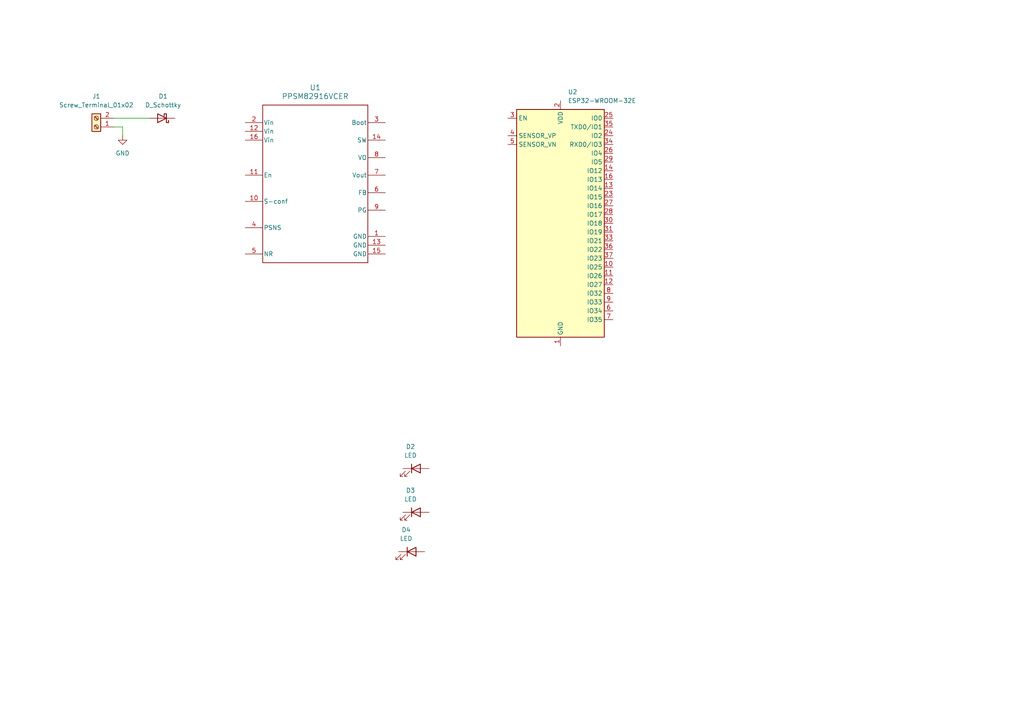
<source format=kicad_sch>
(kicad_sch (version 20250114) (generator "eeschema") (generator_version "9.0")
  (paper "A4")
  (lib_symbols
    (symbol "Connector:Screw_Terminal_01x02" (pin_names (offset 1.016) (hide yes))
      (property "Reference" "J" (at 0 2.54 0))
      (property "Value" "Screw_Terminal_01x02" (at 0 -5.08 0))
      (symbol "Screw_Terminal_01x02_1_1"
        (rectangle (start -1.27 1.27) (end 1.27 -3.81) (stroke (width 0.254)) (fill (type background)))
        (polyline (pts (xy -0.5334 0.3302) (xy 0.3302 -0.508)) (stroke (width 0.1524)))
        (polyline (pts (xy -0.5334 -2.2098) (xy 0.3302 -3.048)) (stroke (width 0.1524)))
        (polyline (pts (xy -0.3556 0.508) (xy 0.508 -0.3302)) (stroke (width 0.1524)))
        (polyline (pts (xy -0.3556 -2.032) (xy 0.508 -2.8702)) (stroke (width 0.1524)))
        (circle (center 0 0) (radius 0.635) (stroke (width 0.1524)))
        (circle (center 0 -2.54) (radius 0.635) (stroke (width 0.1524)))
        (pin passive line (at -5.08 0 0) (length 3.81) (name "Pin_1") (number "1"))
        (pin passive line (at -5.08 -2.54 0) (length 3.81) (name "Pin_2") (number "2"))
      )
    )
    (symbol "Device:D_Schottky" (pin_numbers (hide yes)) (pin_names (offset 1.016) (hide yes))
      (property "Reference" "D" (at 0 2.54 0))
      (property "Value" "D_Schottky" (at 0 -2.54 0))
      (symbol "D_Schottky_0_1"
        (polyline (pts (xy -1.905 0.635) (xy -1.905 1.27) (xy -1.27 1.27) (xy -1.27 -1.27) (xy -0.635 -1.27) (xy -0.635 -0.635)) (stroke (width 0.254)))
        (polyline (pts (xy 1.27 1.27) (xy 1.27 -1.27) (xy -1.27 0) (xy 1.27 1.27)) (stroke (width 0.254)))
        (polyline (pts (xy 1.27 0) (xy -1.27 0)))
      )
      (symbol "D_Schottky_1_1"
        (pin passive line (at -3.81 0 0) (length 2.54) (name "K") (number "1"))
        (pin passive line (at 3.81 0 180) (length 2.54) (name "A") (number "2"))
      )
    )
    (symbol "Device:LED" (pin_numbers (hide yes)) (pin_names (offset 1.016) (hide yes))
      (property "Reference" "D" (at 0 2.54 0))
      (property "Value" "LED" (at 0 -2.54 0))
      (symbol "LED_0_1"
        (polyline (pts (xy -3.048 -0.762) (xy -4.572 -2.286) (xy -3.81 -2.286) (xy -4.572 -2.286) (xy -4.572 -1.524)))
        (polyline (pts (xy -1.778 -0.762) (xy -3.302 -2.286) (xy -2.54 -2.286) (xy -3.302 -2.286) (xy -3.302 -1.524)))
        (polyline (pts (xy -1.27 0) (xy 1.27 0)))
        (polyline (pts (xy -1.27 -1.27) (xy -1.27 1.27)) (stroke (width 0.254)))
        (polyline (pts (xy 1.27 -1.27) (xy 1.27 1.27) (xy -1.27 0) (xy 1.27 -1.27)) (stroke (width 0.254)))
      )
      (symbol "LED_1_1"
        (pin passive line (at -3.81 0 0) (length 2.54) (name "K") (number "1"))
        (pin passive line (at 3.81 0 180) (length 2.54) (name "A") (number "2"))
      )
    )
    (symbol "RF_Module:ESP32-WROOM-32E"
      (property "Reference" "U" (at -12.7 34.29 0))
      (property "Value" "ESP32-WROOM-32E" (at 1.27 34.29 0))
      (symbol "ESP32-WROOM-32E_0_1"
        (rectangle (start -12.7 33.02) (end 12.7 -33.02) (stroke (width 0.254)) (fill (type background)))
      )
      (symbol "ESP32-WROOM-32E_1_1"
        (pin input line (at -15.24 30.48 0) (length 2.54) (name "EN") (number "3"))
        (pin input line (at -15.24 25.4 0) (length 2.54) (name "SENSOR_VP") (number "4"))
        (pin input line (at -15.24 22.86 0) (length 2.54) (name "SENSOR_VN") (number "5"))
        (pin no_connect line (at -12.7 0 0) (length 2.54) (hide yes) (name "NC") (number "21"))
        (pin no_connect line (at -12.7 -2.54 0) (length 2.54) (hide yes) (name "NC") (number "22"))
        (pin no_connect line (at -12.7 -5.08 0) (length 2.54) (hide yes) (name "NC") (number "17"))
        (pin no_connect line (at -12.7 -7.62 0) (length 2.54) (hide yes) (name "NC") (number "18"))
        (pin no_connect line (at -12.7 -10.16 0) (length 2.54) (hide yes) (name "NC") (number "20"))
        (pin no_connect line (at -12.7 -12.7 0) (length 2.54) (hide yes) (name "NC") (number "19"))
        (pin no_connect line (at -12.7 -27.94 0) (length 2.54) (hide yes) (name "NC") (number "32"))
        (pin power_in line (at 0 35.56 270) (length 2.54) (name "VDD") (number "2"))
        (pin power_in line (at 0 -35.56 90) (length 2.54) (name "GND") (number "1"))
        (pin passive line (at 0 -35.56 90) (length 2.54) (hide yes) (name "GND") (number "15"))
        (pin passive line (at 0 -35.56 90) (length 2.54) (hide yes) (name "GND") (number "38"))
        (pin passive line (at 0 -35.56 90) (length 2.54) (hide yes) (name "GND") (number "39"))
        (pin bidirectional line (at 15.24 30.48 180) (length 2.54) (name "IO0") (number "25"))
        (pin bidirectional line (at 15.24 27.94 180) (length 2.54) (name "TXD0/IO1") (number "35"))
        (pin bidirectional line (at 15.24 25.4 180) (length 2.54) (name "IO2") (number "24"))
        (pin bidirectional line (at 15.24 22.86 180) (length 2.54) (name "RXD0/IO3") (number "34"))
        (pin bidirectional line (at 15.24 20.32 180) (length 2.54) (name "IO4") (number "26"))
        (pin bidirectional line (at 15.24 17.78 180) (length 2.54) (name "IO5") (number "29"))
        (pin bidirectional line (at 15.24 15.24 180) (length 2.54) (name "IO12") (number "14"))
        (pin bidirectional line (at 15.24 12.7 180) (length 2.54) (name "IO13") (number "16"))
        (pin bidirectional line (at 15.24 10.16 180) (length 2.54) (name "IO14") (number "13"))
        (pin bidirectional line (at 15.24 7.62 180) (length 2.54) (name "IO15") (number "23"))
        (pin bidirectional line (at 15.24 5.08 180) (length 2.54) (name "IO16") (number "27"))
        (pin bidirectional line (at 15.24 2.54 180) (length 2.54) (name "IO17") (number "28"))
        (pin bidirectional line (at 15.24 0 180) (length 2.54) (name "IO18") (number "30"))
        (pin bidirectional line (at 15.24 -2.54 180) (length 2.54) (name "IO19") (number "31"))
        (pin bidirectional line (at 15.24 -5.08 180) (length 2.54) (name "IO21") (number "33"))
        (pin bidirectional line (at 15.24 -7.62 180) (length 2.54) (name "IO22") (number "36"))
        (pin bidirectional line (at 15.24 -10.16 180) (length 2.54) (name "IO23") (number "37"))
        (pin bidirectional line (at 15.24 -12.7 180) (length 2.54) (name "IO25") (number "10"))
        (pin bidirectional line (at 15.24 -15.24 180) (length 2.54) (name "IO26") (number "11"))
        (pin bidirectional line (at 15.24 -17.78 180) (length 2.54) (name "IO27") (number "12"))
        (pin bidirectional line (at 15.24 -20.32 180) (length 2.54) (name "IO32") (number "8"))
        (pin bidirectional line (at 15.24 -22.86 180) (length 2.54) (name "IO33") (number "9"))
        (pin input line (at 15.24 -25.4 180) (length 2.54) (name "IO34") (number "6"))
        (pin input line (at 15.24 -27.94 180) (length 2.54) (name "IO35") (number "7"))
      )
    )
    (symbol "TPSM82916:PPSM82916VCER" (pin_names (offset 0.254))
      (property "Reference" "U" (at 0 2.54 0))
      (property "Value" "PPSM82916VCER" (at 0 0 0))
      (symbol "PPSM82916VCER_0_1"
        (polyline (pts (xy 5.08 5.08) (xy 5.08 -40.64)) (stroke (width 0.2032)))
        (polyline (pts (xy 5.08 -40.64) (xy 35.56 -40.64)) (stroke (width 0.2032)))
        (polyline (pts (xy 35.56 5.08) (xy 5.08 5.08)) (stroke (width 0.2032)))
        (polyline (pts (xy 35.56 -40.64) (xy 35.56 5.08)) (stroke (width 0.2032)))
        (pin power_in line (at 0 0 0) (length 5.08) (name "Vin") (number "2"))
        (pin power_in line (at 0 -2.54 0) (length 5.08) (name "Vin") (number "12"))
        (pin power_in line (at 0 -5.08 0) (length 5.08) (name "Vin") (number "16"))
        (pin input line (at 0 -15.24 0) (length 5.08) (name "En") (number "11"))
        (pin unspecified line (at 0 -22.86 0) (length 5.08) (name "S-conf") (number "10"))
        (pin unspecified line (at 0 -30.48 0) (length 5.08) (name "PSNS") (number "4"))
        (pin unspecified line (at 0 -38.1 0) (length 5.08) (name "NR") (number "5"))
        (pin unspecified line (at 40.64 0 180) (length 5.08) (name "Boot") (number "3"))
        (pin unspecified line (at 40.64 -5.08 180) (length 5.08) (name "SW") (number "14"))
        (pin unspecified line (at 40.64 -10.16 180) (length 5.08) (name "VO") (number "8"))
        (pin unspecified line (at 40.64 -15.24 180) (length 5.08) (name "Vout") (number "7"))
        (pin unspecified line (at 40.64 -20.32 180) (length 5.08) (name "FB") (number "6"))
        (pin open_collector line (at 40.64 -25.4 180) (length 5.08) (name "PG") (number "9"))
        (pin power_in line (at 40.64 -33.02 180) (length 5.08) (name "GND") (number "1"))
        (pin power_in line (at 40.64 -35.56 180) (length 5.08) (name "GND") (number "13"))
        (pin power_in line (at 40.64 -38.1 180) (length 5.08) (name "GND") (number "15"))
      )
    )
    (symbol "power:GND" (power) (pin_numbers (hide yes)) (pin_names (offset 0) (hide yes))
      (property "Value" "GND" (at 0 -3.81 0))
      (symbol "GND_0_1"
        (polyline (pts (xy 0 0) (xy 0 -1.27) (xy 1.27 -1.27) (xy 0 -2.54) (xy -1.27 -1.27) (xy 0 -1.27)))
      )
      (symbol "GND_1_1"
        (pin power_in line (at 0 0 270) (length 0) (name "~") (number "1"))
      )
    )
  )
  (wire (pts (xy 35.56 36.83) (xy 35.56 39.37)))
  (wire (pts (xy 33.02 36.83) (xy 35.56 36.83)))
  (wire (pts (xy 33.02 34.29) (xy 43.18 34.29)))
  (symbol (lib_id "Device:LED") (at 119.38 160.02 0) (unit 1)
    (property "Reference" "D4" (at 117.7925 153.67 0))
    (property "Value" "LED" (at 117.7925 156.21 0))
    (property "Description" "Light emitting diode" (effects (hide yes)))
    (property "Sim.Pins" "1=K 2=A" (effects (hide yes)))
  )
  (symbol (lib_id "Device:LED") (at 120.65 135.89 0) (unit 1)
    (property "Reference" "D2" (at 119.0625 129.54 0))
    (property "Value" "LED" (at 119.0625 132.08 0))
    (property "Description" "Light emitting diode" (effects (hide yes)))
    (property "Sim.Pins" "1=K 2=A" (effects (hide yes)))
  )
  (symbol (lib_id "Device:D_Schottky") (at 46.99 34.29 180) (unit 1)
    (property "Reference" "D1" (at 47.3075 27.94 0))
    (property "Value" "D_Schottky" (at 47.3075 30.48 0))
    (property "Description" "Schottky diode" (effects (hide yes)))
  )
  (symbol (lib_id "Device:LED") (at 120.65 148.59 0) (unit 1)
    (property "Reference" "D3" (at 119.0625 142.24 0))
    (property "Value" "LED" (at 119.0625 144.78 0))
    (property "Description" "Light emitting diode" (effects (hide yes)))
    (property "Sim.Pins" "1=K 2=A" (effects (hide yes)))
  )
  (symbol (lib_id "Connector:Screw_Terminal_01x02") (at 27.94 36.83 180) (unit 1)
    (property "Reference" "J1" (at 27.94 27.94 0))
    (property "Value" "Screw_Terminal_01x02" (at 27.94 30.48 0))
    (property "Description" "Generic screw terminal, single row, 01x02, script generated (kicad-library-utils/schlib/autogen/connector/)" (effects (hide yes)))
  )
  (symbol (lib_id "TPSM82916:PPSM82916VCER") (at 71.12 35.56 0) (unit 1)
    (property "Reference" "U1" (at 91.44 25.4 0) (effects (font (size 1.524 1.524))))
    (property "Value" "PPSM82916VCER" (at 91.44 27.94 0) (effects (font (size 1.524 1.524))))
    (property "Footprint" "VCE0016A-MFG" (effects (hide yes)))
    (property "Datasheet" "https://www.ti.com/lit/gpn/tpsm82916" (effects (hide yes)))
  )
  (symbol (lib_id "power:GND") (at 35.56 39.37 0) (unit 1)
    (property "Reference" "#PWR01" (effects (hide yes)))
    (property "Value" "GND" (at 35.56 44.45 0))
    (property "Description" "Power symbol creates a global label with name \"GND\" , ground" (effects (hide yes)))
  )
  (symbol (lib_id "RF_Module:ESP32-WROOM-32E") (at 162.56 64.77 0) (unit 1)
    (property "Reference" "U2" (at 164.7033 26.67 0) (effects (justify left)))
    (property "Value" "ESP32-WROOM-32E" (at 164.7033 29.21 0) (effects (justify left)))
    (property "Footprint" "RF_Module:ESP32-WROOM-32D" (effects (hide yes)))
    (property "Datasheet" "https://www.espressif.com/sites/default/files/documentation/esp32-wroom-32e_esp32-wroom-32ue_datasheet_en.pdf" (effects (hide yes)))
    (property "Description" "RF Module, ESP32-D0WD-V3 SoC, without PSRAM, Wi-Fi 802.11b/g/n, Bluetooth, BLE, 32-bit, 2.7-3.6V, onboard antenna, SMD" (effects (hide yes)))
  )
)
</source>
